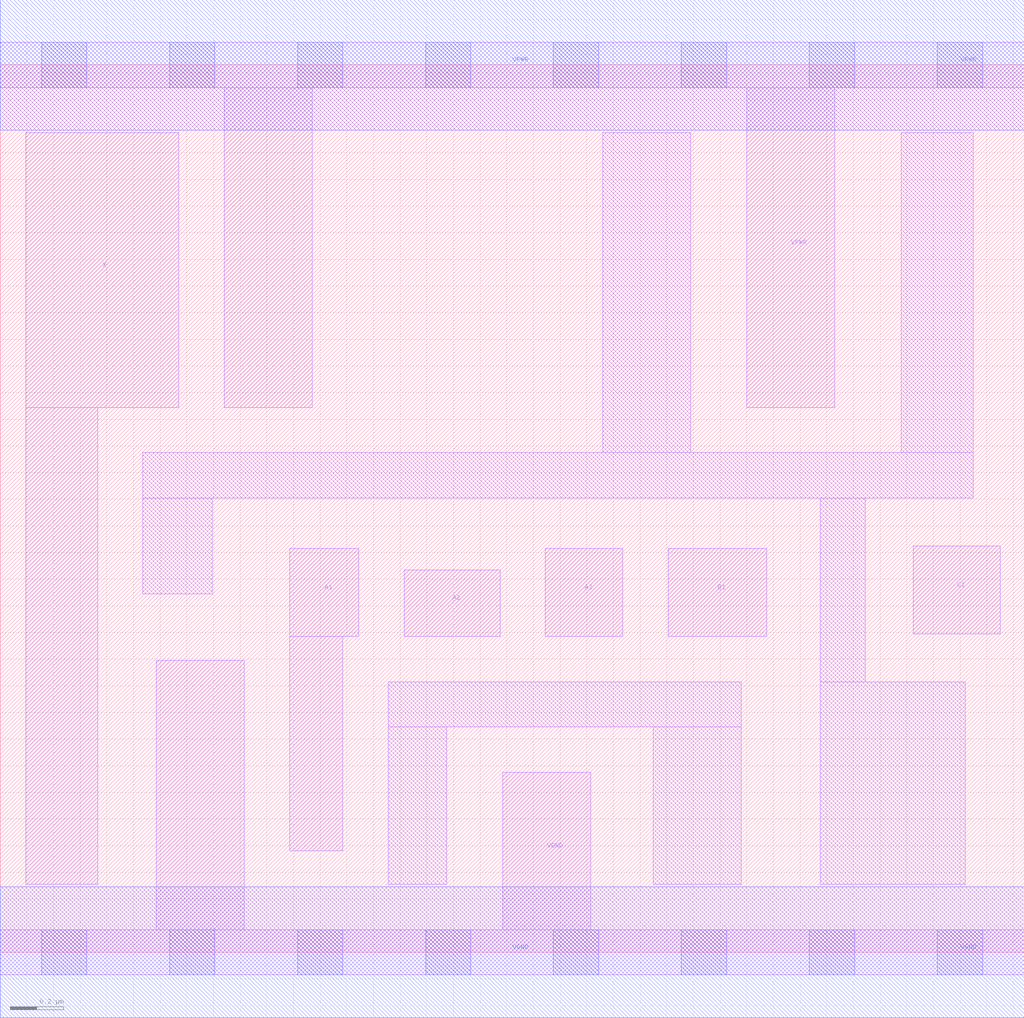
<source format=lef>
# Copyright 2020 The SkyWater PDK Authors
#
# Licensed under the Apache License, Version 2.0 (the "License");
# you may not use this file except in compliance with the License.
# You may obtain a copy of the License at
#
#     https://www.apache.org/licenses/LICENSE-2.0
#
# Unless required by applicable law or agreed to in writing, software
# distributed under the License is distributed on an "AS IS" BASIS,
# WITHOUT WARRANTIES OR CONDITIONS OF ANY KIND, either express or implied.
# See the License for the specific language governing permissions and
# limitations under the License.
#
# SPDX-License-Identifier: Apache-2.0

VERSION 5.7 ;
  NAMESCASESENSITIVE ON ;
  NOWIREEXTENSIONATPIN ON ;
  DIVIDERCHAR "/" ;
  BUSBITCHARS "[]" ;
UNITS
  DATABASE MICRONS 200 ;
END UNITS
MACRO sky130_fd_sc_lp__o311a_1
  CLASS CORE ;
  SOURCE USER ;
  FOREIGN sky130_fd_sc_lp__o311a_1 ;
  ORIGIN  0.000000  0.000000 ;
  SIZE  3.840000 BY  3.330000 ;
  SYMMETRY X Y R90 ;
  SITE unit ;
  PIN A1
    ANTENNAGATEAREA  0.315000 ;
    DIRECTION INPUT ;
    USE SIGNAL ;
    PORT
      LAYER li1 ;
        RECT 1.085000 0.380000 1.285000 1.185000 ;
        RECT 1.085000 1.185000 1.345000 1.515000 ;
    END
  END A1
  PIN A2
    ANTENNAGATEAREA  0.315000 ;
    DIRECTION INPUT ;
    USE SIGNAL ;
    PORT
      LAYER li1 ;
        RECT 1.515000 1.185000 1.875000 1.435000 ;
    END
  END A2
  PIN A3
    ANTENNAGATEAREA  0.315000 ;
    DIRECTION INPUT ;
    USE SIGNAL ;
    PORT
      LAYER li1 ;
        RECT 2.045000 1.185000 2.335000 1.515000 ;
    END
  END A3
  PIN B1
    ANTENNAGATEAREA  0.315000 ;
    DIRECTION INPUT ;
    USE SIGNAL ;
    PORT
      LAYER li1 ;
        RECT 2.505000 1.185000 2.875000 1.515000 ;
    END
  END B1
  PIN C1
    ANTENNAGATEAREA  0.315000 ;
    DIRECTION INPUT ;
    USE SIGNAL ;
    PORT
      LAYER li1 ;
        RECT 3.425000 1.195000 3.750000 1.525000 ;
    END
  END C1
  PIN X
    ANTENNADIFFAREA  0.556500 ;
    DIRECTION OUTPUT ;
    USE SIGNAL ;
    PORT
      LAYER li1 ;
        RECT 0.095000 0.255000 0.365000 2.045000 ;
        RECT 0.095000 2.045000 0.670000 3.075000 ;
    END
  END X
  PIN VGND
    DIRECTION INOUT ;
    USE GROUND ;
    PORT
      LAYER li1 ;
        RECT 0.000000 -0.085000 3.840000 0.085000 ;
        RECT 0.585000  0.085000 0.915000 1.095000 ;
        RECT 1.885000  0.085000 2.215000 0.675000 ;
      LAYER mcon ;
        RECT 0.155000 -0.085000 0.325000 0.085000 ;
        RECT 0.635000 -0.085000 0.805000 0.085000 ;
        RECT 1.115000 -0.085000 1.285000 0.085000 ;
        RECT 1.595000 -0.085000 1.765000 0.085000 ;
        RECT 2.075000 -0.085000 2.245000 0.085000 ;
        RECT 2.555000 -0.085000 2.725000 0.085000 ;
        RECT 3.035000 -0.085000 3.205000 0.085000 ;
        RECT 3.515000 -0.085000 3.685000 0.085000 ;
      LAYER met1 ;
        RECT 0.000000 -0.245000 3.840000 0.245000 ;
    END
  END VGND
  PIN VPWR
    DIRECTION INOUT ;
    USE POWER ;
    PORT
      LAYER li1 ;
        RECT 0.000000 3.245000 3.840000 3.415000 ;
        RECT 0.840000 2.045000 1.170000 3.245000 ;
        RECT 2.800000 2.045000 3.130000 3.245000 ;
      LAYER mcon ;
        RECT 0.155000 3.245000 0.325000 3.415000 ;
        RECT 0.635000 3.245000 0.805000 3.415000 ;
        RECT 1.115000 3.245000 1.285000 3.415000 ;
        RECT 1.595000 3.245000 1.765000 3.415000 ;
        RECT 2.075000 3.245000 2.245000 3.415000 ;
        RECT 2.555000 3.245000 2.725000 3.415000 ;
        RECT 3.035000 3.245000 3.205000 3.415000 ;
        RECT 3.515000 3.245000 3.685000 3.415000 ;
      LAYER met1 ;
        RECT 0.000000 3.085000 3.840000 3.575000 ;
    END
  END VPWR
  OBS
    LAYER li1 ;
      RECT 0.535000 1.345000 0.795000 1.705000 ;
      RECT 0.535000 1.705000 3.650000 1.875000 ;
      RECT 1.455000 0.255000 1.675000 0.845000 ;
      RECT 1.455000 0.845000 2.780000 1.015000 ;
      RECT 2.260000 1.875000 2.590000 3.075000 ;
      RECT 2.450000 0.255000 2.780000 0.845000 ;
      RECT 3.075000 0.255000 3.620000 1.015000 ;
      RECT 3.075000 1.015000 3.245000 1.705000 ;
      RECT 3.380000 1.875000 3.650000 3.075000 ;
  END
END sky130_fd_sc_lp__o311a_1

</source>
